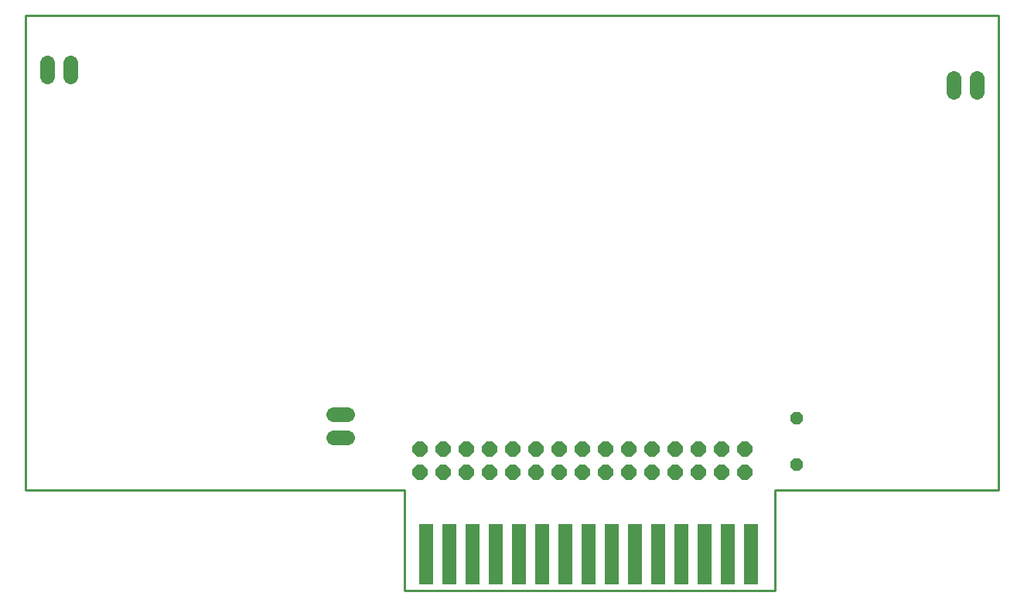
<source format=gbs>
G75*
%MOIN*%
%OFA0B0*%
%FSLAX25Y25*%
%IPPOS*%
%LPD*%
%AMOC8*
5,1,8,0,0,1.08239X$1,22.5*
%
%ADD10C,0.01000*%
%ADD11OC8,0.05600*%
%ADD12OC8,0.06400*%
%ADD13C,0.06400*%
%ADD14R,0.06400X0.25900*%
D10*
X0003000Y0050276D02*
X0003000Y0255000D01*
X0422291Y0255000D01*
X0422291Y0050276D01*
X0325835Y0050276D01*
X0325835Y0006969D01*
X0166386Y0006969D01*
X0166386Y0050276D01*
X0003000Y0050276D01*
D11*
X0335323Y0061220D03*
X0335323Y0081220D03*
D12*
X0313000Y0068031D03*
X0303000Y0068031D03*
X0293000Y0068031D03*
X0283000Y0068031D03*
X0273000Y0068031D03*
X0263000Y0068031D03*
X0253000Y0068031D03*
X0243000Y0068031D03*
X0233000Y0068031D03*
X0223000Y0068031D03*
X0213000Y0068031D03*
X0203000Y0068031D03*
X0193000Y0068031D03*
X0183000Y0068031D03*
X0173000Y0068031D03*
X0173000Y0058031D03*
X0183000Y0058031D03*
X0193000Y0058031D03*
X0203000Y0058031D03*
X0213000Y0058031D03*
X0223000Y0058031D03*
X0233000Y0058031D03*
X0243000Y0058031D03*
X0253000Y0058031D03*
X0263000Y0058031D03*
X0273000Y0058031D03*
X0283000Y0058031D03*
X0293000Y0058031D03*
X0303000Y0058031D03*
X0313000Y0058031D03*
D13*
X0141669Y0072795D02*
X0135669Y0072795D01*
X0135669Y0082795D02*
X0141669Y0082795D01*
X0022252Y0228535D02*
X0022252Y0234535D01*
X0012252Y0234535D02*
X0012252Y0228535D01*
X0403039Y0227921D02*
X0403039Y0221921D01*
X0413039Y0221921D02*
X0413039Y0227921D01*
D14*
X0315500Y0022500D03*
X0305500Y0022500D03*
X0295500Y0022500D03*
X0285500Y0022500D03*
X0275500Y0022500D03*
X0265500Y0022500D03*
X0255500Y0022500D03*
X0245500Y0022500D03*
X0235500Y0022500D03*
X0225500Y0022500D03*
X0215500Y0022500D03*
X0205500Y0022500D03*
X0195500Y0022500D03*
X0185500Y0022500D03*
X0175500Y0022500D03*
M02*

</source>
